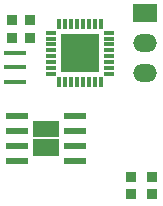
<source format=gtp>
G04*
G04 #@! TF.GenerationSoftware,Altium Limited,Altium Designer,21.9.2 (33)*
G04*
G04 Layer_Color=8421504*
%FSLAX44Y44*%
%MOMM*%
G71*
G04*
G04 #@! TF.SameCoordinates,8D6B135D-26D1-4348-B727-2CCB693FEEA9*
G04*
G04*
G04 #@! TF.FilePolarity,Positive*
G04*
G01*
G75*
%ADD17R,1.9812X0.5334*%
G04:AMPARAMS|DCode=18|XSize=0.8mm|YSize=0.9mm|CornerRadius=0.06mm|HoleSize=0mm|Usage=FLASHONLY|Rotation=270.000|XOffset=0mm|YOffset=0mm|HoleType=Round|Shape=RoundedRectangle|*
%AMROUNDEDRECTD18*
21,1,0.8000,0.7800,0,0,270.0*
21,1,0.6800,0.9000,0,0,270.0*
1,1,0.1200,-0.3900,-0.3400*
1,1,0.1200,-0.3900,0.3400*
1,1,0.1200,0.3900,0.3400*
1,1,0.1200,0.3900,-0.3400*
%
%ADD18ROUNDEDRECTD18*%
%ADD19R,3.2512X3.2512*%
%ADD20R,0.3048X0.8128*%
%ADD21R,0.8128X0.3048*%
%ADD22O,2.0000X1.5000*%
%ADD23R,2.0000X1.5000*%
G04:AMPARAMS|DCode=24|XSize=0.4mm|YSize=1.9mm|CornerRadius=0.06mm|HoleSize=0mm|Usage=FLASHONLY|Rotation=270.000|XOffset=0mm|YOffset=0mm|HoleType=Round|Shape=RoundedRectangle|*
%AMROUNDEDRECTD24*
21,1,0.4000,1.7800,0,0,270.0*
21,1,0.2800,1.9000,0,0,270.0*
1,1,0.1200,-0.8900,-0.1400*
1,1,0.1200,-0.8900,0.1400*
1,1,0.1200,0.8900,0.1400*
1,1,0.1200,0.8900,-0.1400*
%
%ADD24ROUNDEDRECTD24*%
G04:AMPARAMS|DCode=25|XSize=0.8mm|YSize=0.9mm|CornerRadius=0.06mm|HoleSize=0mm|Usage=FLASHONLY|Rotation=0.000|XOffset=0mm|YOffset=0mm|HoleType=Round|Shape=RoundedRectangle|*
%AMROUNDEDRECTD25*
21,1,0.8000,0.7800,0,0,0.0*
21,1,0.6800,0.9000,0,0,0.0*
1,1,0.1200,0.3400,-0.3900*
1,1,0.1200,-0.3400,-0.3900*
1,1,0.1200,-0.3400,0.3900*
1,1,0.1200,0.3400,0.3900*
%
%ADD25ROUNDEDRECTD25*%
G36*
X85062Y44998D02*
X106938D01*
Y59000D01*
X85062D01*
Y44998D01*
D02*
G37*
G36*
Y61000D02*
X106938D01*
Y75002D01*
X85062D01*
Y61000D01*
D02*
G37*
D17*
X71362Y40950D02*
D03*
Y53650D02*
D03*
Y66350D02*
D03*
Y79050D02*
D03*
X120638D02*
D03*
Y66350D02*
D03*
Y53650D02*
D03*
Y40950D02*
D03*
D18*
X186000Y27500D02*
D03*
Y12500D02*
D03*
X168000Y27500D02*
D03*
Y12500D02*
D03*
D19*
X125000Y132000D02*
D03*
D20*
X107474Y156638D02*
D03*
X112554D02*
D03*
X117380D02*
D03*
X122460D02*
D03*
X127540D02*
D03*
X132620D02*
D03*
X137446D02*
D03*
X142526D02*
D03*
Y107362D02*
D03*
X137446D02*
D03*
X132620D02*
D03*
X127540D02*
D03*
X122460D02*
D03*
X117380D02*
D03*
X112554D02*
D03*
X107474D02*
D03*
D21*
X149638Y149526D02*
D03*
Y144446D02*
D03*
Y139620D02*
D03*
Y134540D02*
D03*
Y129460D02*
D03*
Y124380D02*
D03*
Y119554D02*
D03*
Y114474D02*
D03*
X100362D02*
D03*
Y119554D02*
D03*
Y124380D02*
D03*
Y129460D02*
D03*
Y134540D02*
D03*
Y139620D02*
D03*
Y144446D02*
D03*
Y149526D02*
D03*
D22*
X180000Y140399D02*
D03*
X180000Y115000D02*
D03*
D23*
X180000Y165799D02*
D03*
D24*
X70000Y108000D02*
D03*
Y120000D02*
D03*
Y132000D02*
D03*
D25*
X82500Y145000D02*
D03*
X67500D02*
D03*
X82500Y160000D02*
D03*
X67500D02*
D03*
M02*

</source>
